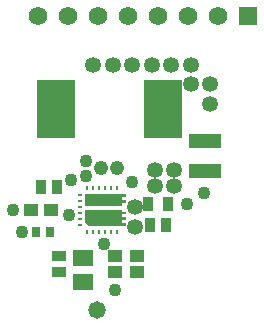
<source format=gbr>
%TF.GenerationSoftware,Altium Limited,Altium Designer,23.11.1 (41)*%
G04 Layer_Color=8388736*
%FSLAX45Y45*%
%MOMM*%
%TF.SameCoordinates,5032265D-FFA5-48D7-84AC-9FA15ADA4C2D*%
%TF.FilePolarity,Negative*%
%TF.FileFunction,Soldermask,Top*%
%TF.Part,Single*%
G01*
G75*
%TA.AperFunction,SMDPad,CuDef*%
%ADD10R,0.75000X0.90000*%
%ADD13R,0.45000X0.25000*%
%ADD14C,0.84115*%
%ADD15C,1.19629*%
%ADD16R,0.25000X0.45000*%
%ADD18R,1.20651X1.06822*%
%ADD22R,2.70000X1.20000*%
%ADD23R,3.17500X4.95300*%
%TA.AperFunction,ComponentPad*%
%ADD26C,1.57000*%
%ADD27R,1.57000X1.57000*%
%TA.AperFunction,SMDPad,CuDef*%
%ADD35R,1.16840X0.86360*%
%ADD36R,1.65320X1.40320*%
%ADD37R,0.86360X1.16840*%
%ADD38R,1.25320X1.10320*%
%ADD39R,1.15320X1.00320*%
%ADD40R,0.85320X1.25320*%
%TA.AperFunction,ViaPad*%
%ADD41C,1.09220*%
%ADD42C,1.34620*%
%ADD43C,1.47320*%
%ADD44C,1.21920*%
G36*
X-140800Y-343300D02*
X-107800D01*
Y-368300D01*
X-140800D01*
Y-393300D01*
X-107800D01*
Y-418300D01*
X-140800D01*
Y-443300D01*
X-107800D01*
Y-468300D01*
X-140800D01*
Y-462800D01*
X-420800D01*
X-450800Y-437800D01*
Y-329800D01*
X-140800D01*
Y-343300D01*
D02*
G37*
G36*
X-107800Y-218300D02*
X-140800D01*
Y-243300D01*
X-107800D01*
Y-268300D01*
X-140800D01*
Y-292800D01*
X-450800D01*
Y-197800D01*
X-140800D01*
Y-193300D01*
X-107800D01*
Y-218300D01*
D02*
G37*
D10*
X-752800Y-520700D02*
D03*
X-872800D02*
D03*
D13*
X-495300Y-354800D02*
D03*
Y-454800D02*
D03*
Y-404800D02*
D03*
Y-304800D02*
D03*
Y-254800D02*
D03*
Y-204800D02*
D03*
D14*
X-286701Y-244531D02*
D03*
D15*
X-284749Y-396339D02*
D03*
D16*
X-437800Y-147300D02*
D03*
X-387800D02*
D03*
X-337800D02*
D03*
X-287800D02*
D03*
X-237800D02*
D03*
X-187800D02*
D03*
Y-512300D02*
D03*
X-237800D02*
D03*
X-287800D02*
D03*
X-337800D02*
D03*
X-387800D02*
D03*
X-437800D02*
D03*
D18*
X-908086Y-330200D02*
D03*
X-742914D02*
D03*
D22*
X558800Y-3000D02*
D03*
Y257000D02*
D03*
D23*
X203200Y520700D02*
D03*
X-698500D02*
D03*
D26*
X-88900Y1308100D02*
D03*
X-850900D02*
D03*
X-596900D02*
D03*
X-342900D02*
D03*
X165100D02*
D03*
X419100D02*
D03*
X673100D02*
D03*
D27*
X927100D02*
D03*
D35*
X-673100Y-857250D02*
D03*
Y-717550D02*
D03*
D36*
X-469900Y-938200D02*
D03*
Y-738200D02*
D03*
D37*
X-691199Y-133639D02*
D03*
X-830899D02*
D03*
X234950Y-457200D02*
D03*
X95250D02*
D03*
D38*
X-203200Y-854900D02*
D03*
Y-719900D02*
D03*
D39*
X-12700D02*
D03*
Y-854900D02*
D03*
D40*
X250100Y-279400D02*
D03*
X80100D02*
D03*
D41*
X-990600Y-520700D02*
D03*
X-590095Y-371050D02*
D03*
X-1066800Y-330200D02*
D03*
X-292100Y-622300D02*
D03*
X552905Y-183150D02*
D03*
X-203200Y-1011200D02*
D03*
X406400Y-279400D02*
D03*
X-56695Y-91650D02*
D03*
X-577395Y-78950D02*
D03*
X-450395Y86150D02*
D03*
Y-40850D02*
D03*
D42*
X-221795Y898950D02*
D03*
X-56695D02*
D03*
X108405D02*
D03*
X273505D02*
D03*
X-31295Y-472650D02*
D03*
X298905Y-129750D02*
D03*
X438605Y733850D02*
D03*
X603705D02*
D03*
X438605Y898950D02*
D03*
X-386895D02*
D03*
X-31295Y-307550D02*
D03*
X133805Y-129750D02*
D03*
Y9950D02*
D03*
X298905D02*
D03*
X603705Y568750D02*
D03*
D43*
X-355600Y-1181100D02*
D03*
D44*
X-183695Y22650D02*
D03*
X-323395D02*
D03*
%TF.MD5,9bded5f6a8f51aa388eb7b17c38f3de0*%
M02*

</source>
